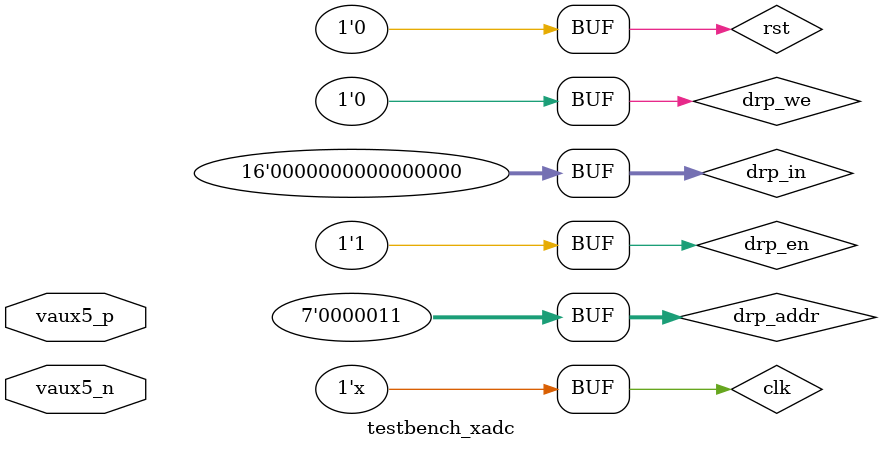
<source format=v>
`timescale 1ns / 1ps
`define SIM
`define CMOD_PER 83.33


module testbench_xadc(
    `ifndef SIM
    input wire clk,         // system clock
    `endif
    input wire vaux5_p,     // analog input pin 32 (channel 5), positive    # IO_L12P_T1_MRCC_AD5P_15
    input wire vaux5_n      // analog input pin 32 (channel 5), negative    # IO_L12N_T1_MRCC_AD5N_15
    );

    // NOTES:
    /*
    From : https://docs.amd.com/r/en-US/ug480_7Series_XADC/Instantiating-the-XADC, and https://digilent.com/reference/programmable-logic/cmod-s7/reference-manual

        - In unipolar mode (default), the ADC has input range from 0-1V, where the ADC output has a full scale code of FFFh when the input is 1V
          For example, with an input of 200 mV to the ADC pin, the output of the ADC would be ((200/1000) x FFFh) = 819d or 333h. The LSB size in
          unipolar mode is equivalent to 244 uV or 0.244 mV.
        - In bipolar mode, the range of ADC input is instead -0.5V to 0.5V with a full scale (two's complement) code of 7FFh = +0.5V and 800h = -0.5V.
          The output coding is intended to indicate the sign of the input signal on V_p relative to V_n. The LSB size is again 244 uV or 0.244 mV.
        - the temperature sensor result in celsius can be calculated from the output code via the equation: T = ((ADC Code x 503.975) / 4096) - 273.15
        - ALL OPERATING MODES of the ADC are configured using the CONTROL REGISTERS (see Chapter 3 for details of control regs)
        - The XADC inputs are connected to the top level of the design, labeled in User Guide UG475 by appending _ADxP_ and _ADxN_ to the I/O name. For
          example, VAUXP[15] could be designated to IO_LxxP_xx_AD15P_xx in the pinout spec
        - On the CMOD S7, the analog input pins should receive voltages of 0-3.3V relative to GND on pin 25. Resistor-divider circuits will scale this 
          down to the 0-1V range needed by the ADC. The pins can handle up to 5.5V safely but anything greater than 3.3V will be read as 3.3V by the XADC.
        - The maximum conversion rate of the ADC is 1 MSPS. Since the ADC requires 26 clock cycles to acquire an analog signal and perform a conversion, 
          the maximum ADC clock frequency is 26 MHz. The ADC clock is, at it's fastest, equivalent to the input clock (system clock) divided by two. Since the CMOD
          S7 has a 12 MHz clock, the fastest ADC Clock we can have is 6 MHz, and thus a sample rate of 231 kSPS.
        - In general, the differential analog input is the difference between v_p and v_n. V_n is typically connected to a local ground or common mode signal,
          and should be between 0 and +0.5 V relative to ADC GND.
          In unipolar mode, V_p must always be positive relative to V_n, with a difference (V_p - V_n) between 0 and 1 V, thus V_p must range between 0 and +1.5V
          relative to ADC GND.
          In bipolar mode, V_p may be positive or negative relative to V_n, for example with V_n = +0.5V relative to ADC GND, then V_p can range from 0 to 1V
          relative to ADC GND which is equivalent to an analog differential measurement between -0.5V and +0.5V.
        - The ADC can measure internal temperature of the FPGA as well as power supply voltages V_ccint, V_ccaux, and V_ccbram. The voltage measurement is given
          by the transfer function V = (ADC Code / 4096) x 3V

    NOTE: For most measurements (temp, power supply, analog input) the results are stored in 16-bit regs but only the 12 MSBs should be used in the transfer functions.
    See XADC Register Interface of UG480 for details.
    STATUS REGISTER ADDRESSES: (Read only)
        Temp -              h00
        V_CCINT -           h01 
        V_CCAUX -           h02
        V_P/V_N -           h03
        V_REFP -            h04
        V_REFN -            h05
        V_CCBRAM -          h06
        Supply A Offset -   h08
        ADC A Offset -      h09
        ADC A Gain -        h0A
        VAUX(P/N)[15:0] -   h10 to h1F
        Max/Min Temp -      h20/h24
        Max/Min V_CCINT -   h21/h25
        Max/Min V_CCAUX -   h22/h26
        Max/Min V_CCBRAM -  h23/h27
        Supply B Offset -   h30
        ADC B Offset -      h31
        ADC B Gain -        h32
        Flag (ALMs, OT) -   h3F
    CONTROL REGISTER ADDRESSES: (Read & Write)
        Config Reg 0-2 -    h40 to h42
        Test Reg 0-4 -      h43 to h47
        Sequence Regs -     h48 to h4F
        Alarm Regs -        h50 to h5F
    */

    `ifdef SIM
    reg clk = 1'b0;
    always #(`CMOD_PER/2) clk = ~clk;
    `endif

    // ** drp interface **
    wire        rst = 1'b0;         // asynchronous reset
    wire        drp_en = 1'b1;      // enable
    wire        drp_we = 1'b0;      // write-enable
    wire        drp_ready;          // ready
    wire [15:0] drp_in = 0;         // data bus for control/config registers
    wire [15:0] drp_out;            // data bus for status registers
    wire [6:0]  drp_addr = 7'h03;   // control/status register address
    // = {2{1'b0}, channel} ??

    // ** adc outputs **
    wire [3:0]  alm;
    wire        eoc;
    wire        eos;
    wire [4:0]  channel;
    wire [4:0]  muxaddr;
    wire        adc_busy;

    reg [11:0] signal;

    xadc_0 myADC (
        .di_in                  (drp_in),   // input wire [15 : 0] : DRP DATA INPUT BUS
        .daddr_in               ({2'b00, channel}), // input wire [6 : 0] : DRP ADDRESS BUS
        .den_in                 (eoc),      // input wire : DRP ENABLE SIGNAL
        .dwe_in                 (drp_we),   // input wire : DRP WRITE ENABLE SIGNAL
        .drdy_out               (drp_ready),// output wire : DRP DATA READY SIGNAL
        .do_out                 (drp_out),  // output wire [15 : 0] : DRP DATA OUTPUT BUS
        .dclk_in                (clk),      // input wire dclk_in : SYSTEM CLOCK
        .reset_in               (rst),      // input wire : ASYNCH RESET
        .vp_in                  (1'b0),     // input wire : DIFFERENTIAL ANALOG INPUT, POSITIVE
        .vn_in                  (1'b0),     // input wire : DIFFERENTIAL ANALOG INPUT, NEGATIVE
        .vccint_alarm_out       (alm[0]),   // output wire : POWER SUPPLY ALARM
        .vccaux_alarm_out       (alm[1]),   // output wire : POWER SUPPLY ALARM
        .ot_out                 (alm[2]),   // output wire : OVER TEMPERATURE ALARM
        .channel_out            (channel),  // output wire [4 : 0] : CHANNEL SELECTION OUTPUT
        .muxaddr_out            (muxaddr),  // output wire [4 : 0] : FOR EXTERNAL MULTIPLEXER MODE
        .eoc_out                (eoc),      // output wire : END OF CONVERSION
        .alarm_out              (alm[3]),   // output wire : ANY ALARMS SIGNAL
        .eos_out                (eos),      // output wire : END OF SEQUENCE
        .busy_out               (adc_busy)  // output wire : ADC BUSY (during conversion)
    );

    always @ (posedge clk) begin
        if (drp_ready)
            signal <= drp_out[15:4]; // take 12 MSBs
    end

    // ** DEBUG **
    /*
    ila_0 debuggerILA(
        .clk(clk),
        .probe0(signal),    // 12-bit
        .probe1(channel),   // 5-bit
        .probe2(muxaddr),   // 5-bit
        .probe3(alm),       // 4-bit
        .probe4(adc_busy),  // 1-bit
        .probe5(eoc),       // 1-bit
        .probe6(eos),       // 1-bit
        .probe7(drp_ready)  // 1-bit
    );
    */

endmodule

</source>
